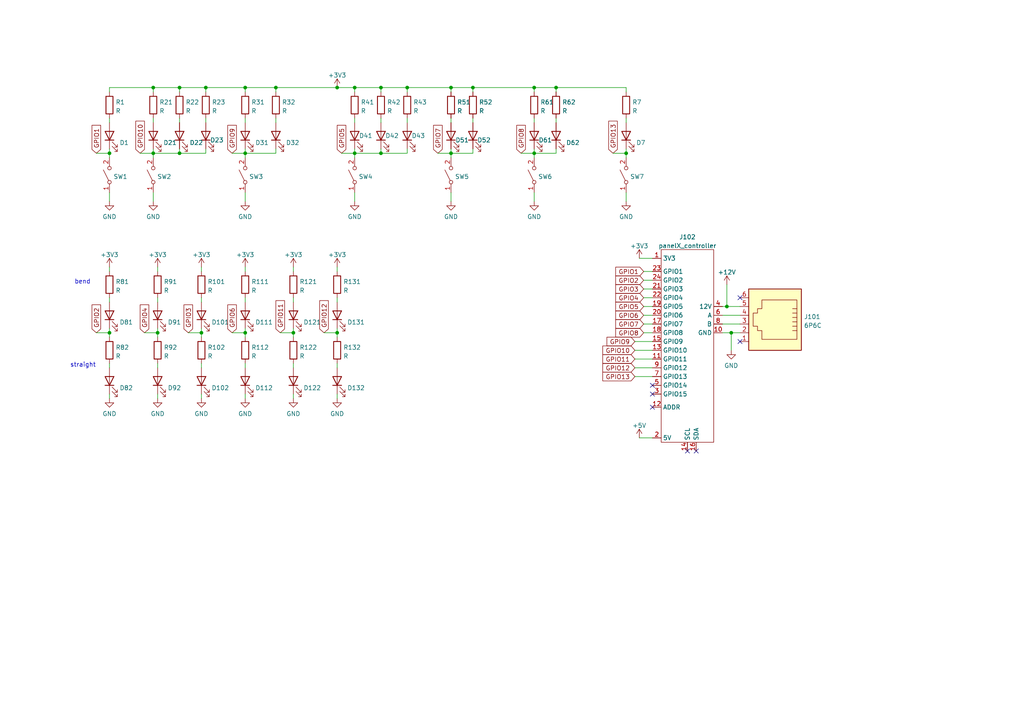
<source format=kicad_sch>
(kicad_sch (version 20211123) (generator eeschema)
  (paper "A4")
  (lib_symbols
    (symbol "Connector:6P6C" (pin_names (offset 1.016))
      (property "Reference" "J" (at -5.08 11.43 0))
      (property "Value" "6P6C" (at 2.54 11.43 0))
      (symbol "6P6C_0_1"
        (polyline (pts (xy -6.35 -1.905) (xy -5.08 -1.905) (xy -5.08 -1.905)))
        (polyline (pts (xy -6.35 -0.635) (xy -5.08 -0.635) (xy -5.08 -0.635)))
        (polyline (pts (xy -6.35 0.635) (xy -5.08 0.635) (xy -5.08 0.635)))
        (polyline (pts (xy -6.35 1.905) (xy -5.08 1.905) (xy -5.08 1.905)))
        (polyline (pts (xy -6.35 3.175) (xy -5.08 3.175) (xy -5.08 3.175)))
        (polyline (pts (xy -5.08 4.445) (xy -6.35 4.445) (xy -6.35 4.445)))
        (polyline (pts (xy -6.35 -4.445) (xy -6.35 6.985) (xy 3.81 6.985) (xy 3.81 4.445) (xy 5.08 4.445) (xy 5.08 3.175) (xy 6.35 3.175) (xy 6.35 -0.635) (xy 5.08 -0.635) (xy 5.08 -1.905) (xy 3.81 -1.905) (xy 3.81 -4.445) (xy -6.35 -4.445) (xy -6.35 -4.445)))
        (rectangle (start 7.62 10.16) (end -7.62 -7.62) (stroke (width 0.254)) (fill (type background)))
      )
      (symbol "6P6C_1_1"
        (pin passive line (at 10.16 -5.08 180) (length 2.54) (name "~") (number "1"))
        (pin passive line (at 10.16 -2.54 180) (length 2.54) (name "~") (number "2"))
        (pin passive line (at 10.16 0 180) (length 2.54) (name "~") (number "3"))
        (pin passive line (at 10.16 2.54 180) (length 2.54) (name "~") (number "4"))
        (pin passive line (at 10.16 5.08 180) (length 2.54) (name "~") (number "5"))
        (pin passive line (at 10.16 7.62 180) (length 2.54) (name "~") (number "6"))
      )
    )
    (symbol "Device:LED" (pin_numbers hide) (pin_names (offset 1.016) hide)
      (property "Reference" "D" (at 0 2.54 0))
      (property "Value" "LED" (at 0 -2.54 0))
      (symbol "LED_0_1"
        (polyline (pts (xy -1.27 -1.27) (xy -1.27 1.27)) (stroke (width 0.254)))
        (polyline (pts (xy -1.27 0) (xy 1.27 0)))
        (polyline (pts (xy 1.27 -1.27) (xy 1.27 1.27) (xy -1.27 0) (xy 1.27 -1.27)) (stroke (width 0.254)))
        (polyline (pts (xy -3.048 -0.762) (xy -4.572 -2.286) (xy -3.81 -2.286) (xy -4.572 -2.286) (xy -4.572 -1.524)))
        (polyline (pts (xy -1.778 -0.762) (xy -3.302 -2.286) (xy -2.54 -2.286) (xy -3.302 -2.286) (xy -3.302 -1.524)))
      )
      (symbol "LED_1_1"
        (pin passive line (at -3.81 0 0) (length 2.54) (name "K") (number "1"))
        (pin passive line (at 3.81 0 180) (length 2.54) (name "A") (number "2"))
      )
    )
    (symbol "Device:R" (pin_numbers hide) (pin_names (offset 0))
      (property "Reference" "R" (at 2.032 0 90))
      (property "Value" "R" (at 0 0 90))
      (symbol "R_0_1"
        (rectangle (start -1.016 -2.54) (end 1.016 2.54) (stroke (width 0.254)))
      )
      (symbol "R_1_1"
        (pin passive line (at 0 3.81 270) (length 1.27) (name "~") (number "1"))
        (pin passive line (at 0 -3.81 90) (length 1.27) (name "~") (number "2"))
      )
    )
    (symbol "Switch:SW_SPST" (pin_names (offset 0) hide)
      (property "Reference" "SW" (at 0 3.175 0))
      (property "Value" "SW_SPST" (at 0 -2.54 0))
      (symbol "SW_SPST_0_0"
        (circle (center -2.032 0) (radius 0.508))
        (polyline (pts (xy -1.524 0.254) (xy 1.524 1.778)))
        (circle (center 2.032 0) (radius 0.508))
      )
      (symbol "SW_SPST_1_1"
        (pin passive line (at -5.08 0 0) (length 2.54) (name "A") (number "1"))
        (pin passive line (at 5.08 0 180) (length 2.54) (name "B") (number "2"))
      )
    )
    (symbol "custom_kicad_lib_sk:panelX_controller"
      (property "Reference" "J" (at -1.27 -16.51 0))
      (property "Value" "panelX_controller" (at -3.81 24.13 0))
      (symbol "panelX_controller_0_1"
        (rectangle (start -11.43 22.86) (end 3.81 -33.02) (stroke (width 0.1524)))
      )
      (symbol "panelX_controller_1_1"
        (pin power_out line (at -13.97 20.32 0) (length 2.54) (name "3V3") (number "1"))
        (pin power_in line (at 6.35 -1.27 180) (length 2.54) (name "GND") (number "10"))
        (pin tri_state line (at -13.97 -8.89 0) (length 2.54) (name "GPIO11") (number "11"))
        (pin input line (at -13.97 -22.86 0) (length 2.54) (name "ADDR") (number "12"))
        (pin tri_state line (at -13.97 -6.35 0) (length 2.54) (name "GPIO10") (number "13"))
        (pin passive line (at -3.81 -35.56 90) (length 2.54) (name "SCL") (number "14"))
        (pin tri_state line (at -13.97 -3.81 0) (length 2.54) (name "GPIO9") (number "15"))
        (pin passive line (at -1.27 -35.56 90) (length 2.54) (name "SDA") (number "16"))
        (pin tri_state line (at -13.97 1.27 0) (length 2.54) (name "GPIO7") (number "17"))
        (pin tri_state line (at -13.97 -1.27 0) (length 2.54) (name "GPIO8") (number "18"))
        (pin tri_state line (at -13.97 6.35 0) (length 2.54) (name "GPIO5") (number "19"))
        (pin power_out line (at -13.97 -31.75 0) (length 2.54) (name "5V") (number "2"))
        (pin tri_state line (at -13.97 3.81 0) (length 2.54) (name "GPIO6") (number "20"))
        (pin tri_state line (at -13.97 11.43 0) (length 2.54) (name "GPIO3") (number "21"))
        (pin tri_state line (at -13.97 8.89 0) (length 2.54) (name "GPIO4") (number "22"))
        (pin tri_state line (at -13.97 16.51 0) (length 2.54) (name "GPIO1") (number "23"))
        (pin tri_state line (at -13.97 13.97 0) (length 2.54) (name "GPIO2") (number "24"))
        (pin tri_state line (at -13.97 -19.05 0) (length 2.54) (name "GPIO15") (number "3"))
        (pin power_in line (at 6.35 6.35 180) (length 2.54) (name "12V") (number "4"))
        (pin tri_state line (at -13.97 -16.51 0) (length 2.54) (name "GPIO14") (number "5"))
        (pin passive line (at 6.35 3.81 180) (length 2.54) (name "A") (number "6"))
        (pin tri_state line (at -13.97 -13.97 0) (length 2.54) (name "GPIO13") (number "7"))
        (pin passive line (at 6.35 1.27 180) (length 2.54) (name "B") (number "8"))
        (pin tri_state line (at -13.97 -11.43 0) (length 2.54) (name "GPIO12") (number "9"))
      )
    )
    (symbol "power:+12V" (power) (pin_names (offset 0))
      (property "Value" "+12V" (at 0 3.556 0))
      (symbol "+12V_0_1"
        (polyline (pts (xy -0.762 1.27) (xy 0 2.54)))
        (polyline (pts (xy 0 0) (xy 0 2.54)))
        (polyline (pts (xy 0 2.54) (xy 0.762 1.27)))
      )
      (symbol "+12V_1_1"
        (pin power_in line (at 0 0 90) (length 0) hide (name "+12V") (number "1"))
      )
    )
    (symbol "power:+3V3" (power) (pin_names (offset 0))
      (property "Value" "+3V3" (at 0 3.556 0))
      (symbol "+3V3_0_1"
        (polyline (pts (xy -0.762 1.27) (xy 0 2.54)))
        (polyline (pts (xy 0 0) (xy 0 2.54)))
        (polyline (pts (xy 0 2.54) (xy 0.762 1.27)))
      )
      (symbol "+3V3_1_1"
        (pin power_in line (at 0 0 90) (length 0) hide (name "+3V3") (number "1"))
      )
    )
    (symbol "power:+5V" (power) (pin_names (offset 0))
      (property "Value" "+5V" (at 0 3.556 0))
      (symbol "+5V_0_1"
        (polyline (pts (xy -0.762 1.27) (xy 0 2.54)))
        (polyline (pts (xy 0 0) (xy 0 2.54)))
        (polyline (pts (xy 0 2.54) (xy 0.762 1.27)))
      )
      (symbol "+5V_1_1"
        (pin power_in line (at 0 0 90) (length 0) hide (name "+5V") (number "1"))
      )
    )
    (symbol "power:GND" (power) (pin_names (offset 0))
      (property "Value" "GND" (at 0 -3.81 0))
      (symbol "GND_0_1"
        (polyline (pts (xy 0 0) (xy 0 -1.27) (xy 1.27 -1.27) (xy 0 -2.54) (xy -1.27 -1.27) (xy 0 -1.27)))
      )
      (symbol "GND_1_1"
        (pin power_in line (at 0 0 270) (length 0) hide (name "GND") (number "1"))
      )
    )
  )
  (junction (at 71.12 44.45))
  (junction (at 102.87 25.4))
  (junction (at 137.16 25.4))
  (junction (at 102.87 44.45))
  (junction (at 44.45 44.45))
  (junction (at 110.49 44.45))
  (junction (at 97.79 25.4))
  (junction (at 118.11 25.4))
  (junction (at 80.01 25.4))
  (junction (at 110.49 25.4))
  (junction (at 130.81 44.45))
  (junction (at 85.09 96.52))
  (junction (at 45.72 96.52))
  (junction (at 31.75 96.52))
  (junction (at 71.12 96.52))
  (junction (at 154.94 25.4))
  (junction (at 130.81 25.4))
  (junction (at 97.79 96.52))
  (junction (at 212.09 96.52))
  (junction (at 210.82 88.9))
  (junction (at 181.61 44.45))
  (junction (at 59.69 25.4))
  (junction (at 71.12 25.4))
  (junction (at 161.29 25.4))
  (junction (at 58.42 96.52))
  (junction (at 52.07 44.45))
  (junction (at 31.75 44.45))
  (junction (at 44.45 25.4))
  (junction (at 52.07 25.4))
  (junction (at 154.94 44.45))
  (no_connect (at 189.23 111.76))
  (no_connect (at 189.23 114.3))
  (no_connect (at 189.23 118.11))
  (no_connect (at 199.39 130.81))
  (no_connect (at 201.93 130.81))
  (no_connect (at 214.63 99.06))
  (no_connect (at 214.63 86.36))
  (wire (pts (xy 137.16 25.4) (xy 137.16 26.67)))
  (wire (pts (xy 181.61 25.4) (xy 181.61 26.67)))
  (wire (pts (xy 130.81 44.45) (xy 137.16 44.45)))
  (wire (pts (xy 58.42 105.41) (xy 58.42 106.68)))
  (wire (pts (xy 31.75 25.4) (xy 31.75 26.67)))
  (wire (pts (xy 85.09 96.52) (xy 85.09 97.79)))
  (wire (pts (xy 102.87 44.45) (xy 110.49 44.45)))
  (wire (pts (xy 41.91 96.52) (xy 45.72 96.52)))
  (wire (pts (xy 97.79 95.25) (xy 97.79 96.52)))
  (wire (pts (xy 45.72 95.25) (xy 45.72 96.52)))
  (wire (pts (xy 67.31 44.45) (xy 71.12 44.45)))
  (wire (pts (xy 71.12 77.47) (xy 71.12 78.74)))
  (wire (pts (xy 214.63 88.9) (xy 210.82 88.9)))
  (wire (pts (xy 186.69 91.44) (xy 189.23 91.44)))
  (wire (pts (xy 185.42 74.93) (xy 189.23 74.93)))
  (wire (pts (xy 31.75 34.29) (xy 31.75 35.56)))
  (wire (pts (xy 31.75 86.36) (xy 31.75 87.63)))
  (wire (pts (xy 130.81 25.4) (xy 137.16 25.4)))
  (wire (pts (xy 31.75 77.47) (xy 31.75 78.74)))
  (wire (pts (xy 130.81 25.4) (xy 130.81 26.67)))
  (wire (pts (xy 214.63 96.52) (xy 212.09 96.52)))
  (wire (pts (xy 154.94 25.4) (xy 154.94 26.67)))
  (wire (pts (xy 58.42 86.36) (xy 58.42 87.63)))
  (wire (pts (xy 58.42 114.3) (xy 58.42 115.57)))
  (wire (pts (xy 184.15 99.06) (xy 189.23 99.06)))
  (wire (pts (xy 44.45 34.29) (xy 44.45 35.56)))
  (wire (pts (xy 185.42 127) (xy 189.23 127)))
  (wire (pts (xy 59.69 25.4) (xy 71.12 25.4)))
  (wire (pts (xy 44.45 55.88) (xy 44.45 58.42)))
  (wire (pts (xy 97.79 96.52) (xy 97.79 97.79)))
  (wire (pts (xy 154.94 34.29) (xy 154.94 35.56)))
  (wire (pts (xy 181.61 34.29) (xy 181.61 35.56)))
  (wire (pts (xy 40.64 44.45) (xy 44.45 44.45)))
  (wire (pts (xy 137.16 34.29) (xy 137.16 35.56)))
  (wire (pts (xy 186.69 83.82) (xy 189.23 83.82)))
  (wire (pts (xy 44.45 44.45) (xy 44.45 45.72)))
  (wire (pts (xy 118.11 34.29) (xy 118.11 35.56)))
  (wire (pts (xy 184.15 109.22) (xy 189.23 109.22)))
  (wire (pts (xy 102.87 44.45) (xy 102.87 45.72)))
  (wire (pts (xy 71.12 44.45) (xy 80.01 44.45)))
  (wire (pts (xy 31.75 43.18) (xy 31.75 44.45)))
  (wire (pts (xy 99.06 44.45) (xy 102.87 44.45)))
  (wire (pts (xy 137.16 25.4) (xy 154.94 25.4)))
  (wire (pts (xy 31.75 105.41) (xy 31.75 106.68)))
  (wire (pts (xy 85.09 105.41) (xy 85.09 106.68)))
  (wire (pts (xy 102.87 25.4) (xy 110.49 25.4)))
  (wire (pts (xy 181.61 44.45) (xy 181.61 45.72)))
  (wire (pts (xy 186.69 96.52) (xy 189.23 96.52)))
  (wire (pts (xy 59.69 44.45) (xy 59.69 43.18)))
  (wire (pts (xy 71.12 86.36) (xy 71.12 87.63)))
  (wire (pts (xy 71.12 34.29) (xy 71.12 35.56)))
  (wire (pts (xy 31.75 96.52) (xy 31.75 97.79)))
  (wire (pts (xy 85.09 77.47) (xy 85.09 78.74)))
  (wire (pts (xy 154.94 25.4) (xy 161.29 25.4)))
  (wire (pts (xy 186.69 86.36) (xy 189.23 86.36)))
  (wire (pts (xy 186.69 81.28) (xy 189.23 81.28)))
  (wire (pts (xy 44.45 44.45) (xy 52.07 44.45)))
  (wire (pts (xy 161.29 25.4) (xy 161.29 26.67)))
  (wire (pts (xy 45.72 86.36) (xy 45.72 87.63)))
  (wire (pts (xy 154.94 44.45) (xy 161.29 44.45)))
  (wire (pts (xy 214.63 91.44) (xy 209.55 91.44)))
  (wire (pts (xy 102.87 34.29) (xy 102.87 35.56)))
  (wire (pts (xy 44.45 25.4) (xy 52.07 25.4)))
  (wire (pts (xy 186.69 93.98) (xy 189.23 93.98)))
  (wire (pts (xy 31.75 25.4) (xy 44.45 25.4)))
  (wire (pts (xy 212.09 96.52) (xy 209.55 96.52)))
  (wire (pts (xy 31.75 95.25) (xy 31.75 96.52)))
  (wire (pts (xy 177.8 44.45) (xy 181.61 44.45)))
  (wire (pts (xy 110.49 25.4) (xy 118.11 25.4)))
  (wire (pts (xy 52.07 25.4) (xy 52.07 26.67)))
  (wire (pts (xy 102.87 25.4) (xy 102.87 26.67)))
  (wire (pts (xy 184.15 106.68) (xy 189.23 106.68)))
  (wire (pts (xy 110.49 44.45) (xy 110.49 43.18)))
  (wire (pts (xy 210.82 82.55) (xy 210.82 88.9)))
  (wire (pts (xy 130.81 43.18) (xy 130.81 44.45)))
  (wire (pts (xy 71.12 43.18) (xy 71.12 44.45)))
  (wire (pts (xy 58.42 77.47) (xy 58.42 78.74)))
  (wire (pts (xy 118.11 43.18) (xy 118.11 44.45)))
  (wire (pts (xy 85.09 114.3) (xy 85.09 115.57)))
  (wire (pts (xy 45.72 96.52) (xy 45.72 97.79)))
  (wire (pts (xy 80.01 44.45) (xy 80.01 43.18)))
  (wire (pts (xy 71.12 55.88) (xy 71.12 58.42)))
  (wire (pts (xy 31.75 114.3) (xy 31.75 115.57)))
  (wire (pts (xy 58.42 95.25) (xy 58.42 96.52)))
  (wire (pts (xy 71.12 114.3) (xy 71.12 115.57)))
  (wire (pts (xy 80.01 25.4) (xy 80.01 26.67)))
  (wire (pts (xy 186.69 78.74) (xy 189.23 78.74)))
  (wire (pts (xy 67.31 96.52) (xy 71.12 96.52)))
  (wire (pts (xy 52.07 44.45) (xy 52.07 43.18)))
  (wire (pts (xy 210.82 88.9) (xy 209.55 88.9)))
  (wire (pts (xy 71.12 44.45) (xy 71.12 45.72)))
  (wire (pts (xy 71.12 96.52) (xy 71.12 97.79)))
  (wire (pts (xy 45.72 105.41) (xy 45.72 106.68)))
  (wire (pts (xy 52.07 44.45) (xy 59.69 44.45)))
  (wire (pts (xy 151.13 44.45) (xy 154.94 44.45)))
  (wire (pts (xy 31.75 44.45) (xy 31.75 45.72)))
  (wire (pts (xy 93.98 96.52) (xy 97.79 96.52)))
  (wire (pts (xy 154.94 55.88) (xy 154.94 58.42)))
  (wire (pts (xy 71.12 105.41) (xy 71.12 106.68)))
  (wire (pts (xy 44.45 25.4) (xy 44.45 26.67)))
  (wire (pts (xy 44.45 43.18) (xy 44.45 44.45)))
  (wire (pts (xy 54.61 96.52) (xy 58.42 96.52)))
  (wire (pts (xy 186.69 88.9) (xy 189.23 88.9)))
  (wire (pts (xy 118.11 25.4) (xy 130.81 25.4)))
  (wire (pts (xy 80.01 34.29) (xy 80.01 35.56)))
  (wire (pts (xy 52.07 25.4) (xy 59.69 25.4)))
  (wire (pts (xy 97.79 105.41) (xy 97.79 106.68)))
  (wire (pts (xy 130.81 34.29) (xy 130.81 35.56)))
  (wire (pts (xy 102.87 43.18) (xy 102.87 44.45)))
  (wire (pts (xy 137.16 43.18) (xy 137.16 44.45)))
  (wire (pts (xy 184.15 101.6) (xy 189.23 101.6)))
  (wire (pts (xy 181.61 55.88) (xy 181.61 58.42)))
  (wire (pts (xy 118.11 44.45) (xy 110.49 44.45)))
  (wire (pts (xy 154.94 44.45) (xy 154.94 45.72)))
  (wire (pts (xy 71.12 25.4) (xy 80.01 25.4)))
  (wire (pts (xy 58.42 96.52) (xy 58.42 97.79)))
  (wire (pts (xy 27.94 96.52) (xy 31.75 96.52)))
  (wire (pts (xy 97.79 86.36) (xy 97.79 87.63)))
  (wire (pts (xy 161.29 43.18) (xy 161.29 44.45)))
  (wire (pts (xy 31.75 55.88) (xy 31.75 58.42)))
  (wire (pts (xy 97.79 77.47) (xy 97.79 78.74)))
  (wire (pts (xy 71.12 25.4) (xy 71.12 26.67)))
  (wire (pts (xy 81.28 96.52) (xy 85.09 96.52)))
  (wire (pts (xy 59.69 25.4) (xy 59.69 26.67)))
  (wire (pts (xy 27.94 44.45) (xy 31.75 44.45)))
  (wire (pts (xy 110.49 25.4) (xy 110.49 26.67)))
  (wire (pts (xy 212.09 96.52) (xy 212.09 101.6)))
  (wire (pts (xy 71.12 95.25) (xy 71.12 96.52)))
  (wire (pts (xy 59.69 34.29) (xy 59.69 35.56)))
  (wire (pts (xy 161.29 34.29) (xy 161.29 35.56)))
  (wire (pts (xy 45.72 77.47) (xy 45.72 78.74)))
  (wire (pts (xy 130.81 55.88) (xy 130.81 58.42)))
  (wire (pts (xy 161.29 25.4) (xy 181.61 25.4)))
  (wire (pts (xy 181.61 43.18) (xy 181.61 44.45)))
  (wire (pts (xy 130.81 44.45) (xy 130.81 45.72)))
  (wire (pts (xy 118.11 25.4) (xy 118.11 26.67)))
  (wire (pts (xy 184.15 104.14) (xy 189.23 104.14)))
  (wire (pts (xy 52.07 34.29) (xy 52.07 35.56)))
  (wire (pts (xy 154.94 43.18) (xy 154.94 44.45)))
  (wire (pts (xy 110.49 34.29) (xy 110.49 35.56)))
  (wire (pts (xy 80.01 25.4) (xy 97.79 25.4)))
  (wire (pts (xy 85.09 86.36) (xy 85.09 87.63)))
  (wire (pts (xy 45.72 114.3) (xy 45.72 115.57)))
  (wire (pts (xy 97.79 25.4) (xy 102.87 25.4)))
  (wire (pts (xy 127 44.45) (xy 130.81 44.45)))
  (wire (pts (xy 97.79 114.3) (xy 97.79 115.57)))
  (wire (pts (xy 214.63 93.98) (xy 209.55 93.98)))
  (wire (pts (xy 85.09 95.25) (xy 85.09 96.52)))
  (wire (pts (xy 102.87 55.88) (xy 102.87 58.42)))
  (text "bend" (at 21.59 82.55 0) (effects (font (size 1.27 1.27)) (justify left bottom)))
  (text "straight" (at 20.32 106.68 0) (effects (font (size 1.27 1.27)) (justify left bottom)))
  (global_label "GPIO11" (shape input) (at 184.15 104.14 180) (property "Intersheet References" "${INTERSHEET_REFS}" (effects hide)))
  (global_label "GPIO9" (shape input) (at 67.31 44.45 90) (property "Intersheet References" "${INTERSHEET_REFS}" (effects hide)))
  (global_label "GPIO5" (shape input) (at 99.06 44.45 90) (property "Intersheet References" "${INTERSHEET_REFS}" (effects hide)))
  (global_label "GPIO8" (shape input) (at 151.13 44.45 90) (property "Intersheet References" "${INTERSHEET_REFS}" (effects hide)))
  (global_label "GPIO10" (shape input) (at 184.15 101.6 180) (property "Intersheet References" "${INTERSHEET_REFS}" (effects hide)))
  (global_label "GPIO1" (shape input) (at 27.94 44.45 90) (property "Intersheet References" "${INTERSHEET_REFS}" (effects hide)))
  (global_label "GPIO10" (shape input) (at 40.64 44.45 90) (property "Intersheet References" "${INTERSHEET_REFS}" (effects hide)))
  (global_label "GPIO12" (shape input) (at 93.98 96.52 90) (property "Intersheet References" "${INTERSHEET_REFS}" (effects hide)))
  (global_label "GPIO5" (shape input) (at 186.69 88.9 180) (property "Intersheet References" "${INTERSHEET_REFS}" (effects hide)))
  (global_label "GPIO6" (shape input) (at 186.69 91.44 180) (property "Intersheet References" "${INTERSHEET_REFS}" (effects hide)))
  (global_label "GPIO6" (shape input) (at 67.31 96.52 90) (property "Intersheet References" "${INTERSHEET_REFS}" (effects hide)))
  (global_label "GPIO1" (shape input) (at 186.69 78.74 180) (property "Intersheet References" "${INTERSHEET_REFS}" (effects hide)))
  (global_label "GPIO4" (shape input) (at 41.91 96.52 90) (property "Intersheet References" "${INTERSHEET_REFS}" (effects hide)))
  (global_label "GPIO12" (shape input) (at 184.15 106.68 180) (property "Intersheet References" "${INTERSHEET_REFS}" (effects hide)))
  (global_label "GPIO3" (shape input) (at 186.69 83.82 180) (property "Intersheet References" "${INTERSHEET_REFS}" (effects hide)))
  (global_label "GPIO4" (shape input) (at 186.69 86.36 180) (property "Intersheet References" "${INTERSHEET_REFS}" (effects hide)))
  (global_label "GPIO7" (shape input) (at 186.69 93.98 180) (property "Intersheet References" "${INTERSHEET_REFS}" (effects hide)))
  (global_label "GPIO9" (shape input) (at 184.15 99.06 180) (property "Intersheet References" "${INTERSHEET_REFS}" (effects hide)))
  (global_label "GPIO2" (shape input) (at 186.69 81.28 180) (property "Intersheet References" "${INTERSHEET_REFS}" (effects hide)))
  (global_label "GPIO11" (shape input) (at 81.28 96.52 90) (property "Intersheet References" "${INTERSHEET_REFS}" (effects hide)))
  (global_label "GPIO3" (shape input) (at 54.61 96.52 90) (property "Intersheet References" "${INTERSHEET_REFS}" (effects hide)))
  (global_label "GPIO7" (shape input) (at 127 44.45 90) (property "Intersheet References" "${INTERSHEET_REFS}" (effects hide)))
  (global_label "GPIO2" (shape input) (at 27.94 96.52 90) (property "Intersheet References" "${INTERSHEET_REFS}" (effects hide)))
  (global_label "GPIO8" (shape input) (at 186.69 96.52 180) (property "Intersheet References" "${INTERSHEET_REFS}" (effects hide)))
  (global_label "GPIO13" (shape input) (at 184.15 109.22 180) (property "Intersheet References" "${INTERSHEET_REFS}" (effects hide)))
  (global_label "GPIO13" (shape input) (at 177.8 44.45 90) (property "Intersheet References" "${INTERSHEET_REFS}" (effects hide)))
  (symbol (lib_id "power:+3V3") (at 85.09 77.47 0) (unit 1)
    (property "Reference" "#PWR0108" (effects hide))
    (property "Value" "+3V3" (at 85.09 73.8942 0))
  )
  (symbol (lib_id "Device:LED") (at 45.72 91.44 90) (unit 1)
    (property "Reference" "D91" (at 48.641 93.4613 90) (effects (justify right)))
    (property "Value" "LED" (effects hide))
    (property "Footprint" "LED_THT:LED_D3.0mm" (effects hide))
  )
  (symbol (lib_id "Device:R") (at 130.81 30.48 0) (unit 1)
    (property "Reference" "R51" (at 132.588 29.6453 0) (effects (justify left)))
    (property "Value" "R" (at 132.588 32.1822 0) (effects (justify left)))
    (property "Footprint" "Resistor_SMD:R_0805_2012Metric_Pad1.20x1.40mm_HandSolder" (effects hide))
  )
  (symbol (lib_id "power:+3V3") (at 45.72 77.47 0) (unit 1)
    (property "Reference" "#PWR0113" (effects hide))
    (property "Value" "+3V3" (at 45.72 73.8942 0))
  )
  (symbol (lib_id "Device:R") (at 45.72 82.55 0) (unit 1)
    (property "Reference" "R91" (at 47.498 81.7153 0) (effects (justify left)))
    (property "Value" "R" (at 47.498 84.2522 0) (effects (justify left)))
    (property "Footprint" "Resistor_SMD:R_0805_2012Metric_Pad1.20x1.40mm_HandSolder" (effects hide))
  )
  (symbol (lib_id "Device:LED") (at 154.94 39.37 90) (unit 1)
    (property "Reference" "D61" (at 156.21 40.64 90) (effects (justify right)))
    (property "Value" "LED" (effects hide))
    (property "Footprint" "LED_THT:LED_D3.0mm" (effects hide))
  )
  (symbol (lib_id "Device:LED") (at 110.49 39.37 90) (unit 1)
    (property "Reference" "D42" (at 111.76 39.37 90) (effects (justify right)))
    (property "Value" "LED" (effects hide))
    (property "Footprint" "LED_THT:LED_D3.0mm" (effects hide))
  )
  (symbol (lib_id "Device:LED") (at 118.11 39.37 90) (unit 1)
    (property "Reference" "D43" (at 119.38 39.37 90) (effects (justify right)))
    (property "Value" "LED" (effects hide))
    (property "Footprint" "LED_THT:LED_D3.0mm" (effects hide))
  )
  (symbol (lib_id "power:GND") (at 71.12 115.57 0) (unit 1)
    (property "Reference" "#PWR0103" (effects hide))
    (property "Value" "GND" (at 71.12 120.0134 0))
  )
  (symbol (lib_id "Device:LED") (at 31.75 91.44 90) (unit 1)
    (property "Reference" "D81" (at 34.671 93.4613 90) (effects (justify right)))
    (property "Value" "LED" (effects hide))
    (property "Footprint" "LED_THT:LED_D3.0mm" (effects hide))
  )
  (symbol (lib_id "Device:R") (at 97.79 82.55 0) (unit 1)
    (property "Reference" "R131" (at 99.568 81.7153 0) (effects (justify left)))
    (property "Value" "R" (at 99.568 84.2522 0) (effects (justify left)))
    (property "Footprint" "Resistor_SMD:R_0805_2012Metric_Pad1.20x1.40mm_HandSolder" (effects hide))
  )
  (symbol (lib_id "Device:LED") (at 137.16 39.37 90) (unit 1)
    (property "Reference" "D52" (at 138.43 40.64 90) (effects (justify right)))
    (property "Value" "LED" (effects hide))
    (property "Footprint" "LED_THT:LED_D3.0mm" (effects hide))
  )
  (symbol (lib_id "Device:LED") (at 71.12 39.37 90) (unit 1)
    (property "Reference" "D31" (at 74.041 41.3913 90) (effects (justify right)))
    (property "Value" "LED" (effects hide))
    (property "Footprint" "LED_THT:LED_D3.0mm" (effects hide))
  )
  (symbol (lib_id "power:+3V3") (at 97.79 25.4 0) (unit 1)
    (property "Reference" "#PWR0107" (effects hide))
    (property "Value" "+3V3" (at 97.79 21.8242 0))
  )
  (symbol (lib_id "Device:LED") (at 59.69 39.37 90) (unit 1)
    (property "Reference" "D23" (at 60.96 40.64 90) (effects (justify right)))
    (property "Value" "LED" (effects hide))
    (property "Footprint" "LED_THT:LED_D3.0mm" (effects hide))
  )
  (symbol (lib_id "Device:R") (at 97.79 101.6 0) (unit 1)
    (property "Reference" "R132" (at 99.568 100.7653 0) (effects (justify left)))
    (property "Value" "R" (at 99.568 103.3022 0) (effects (justify left)))
    (property "Footprint" "Resistor_SMD:R_0805_2012Metric_Pad1.20x1.40mm_HandSolder" (effects hide))
  )
  (symbol (lib_id "Device:R") (at 85.09 101.6 0) (unit 1)
    (property "Reference" "R122" (at 86.868 100.7653 0) (effects (justify left)))
    (property "Value" "R" (at 86.868 103.3022 0) (effects (justify left)))
    (property "Footprint" "Resistor_SMD:R_0805_2012Metric_Pad1.20x1.40mm_HandSolder" (effects hide))
  )
  (symbol (lib_id "Device:R") (at 85.09 82.55 0) (unit 1)
    (property "Reference" "R121" (at 86.868 81.7153 0) (effects (justify left)))
    (property "Value" "R" (at 86.868 84.2522 0) (effects (justify left)))
    (property "Footprint" "Resistor_SMD:R_0805_2012Metric_Pad1.20x1.40mm_HandSolder" (effects hide))
  )
  (symbol (lib_id "power:+3V3") (at 58.42 77.47 0) (unit 1)
    (property "Reference" "#PWR0110" (effects hide))
    (property "Value" "+3V3" (at 58.42 73.8942 0))
  )
  (symbol (lib_id "Device:LED") (at 97.79 91.44 90) (unit 1)
    (property "Reference" "D131" (at 100.711 93.4613 90) (effects (justify right)))
    (property "Value" "LED" (effects hide))
    (property "Footprint" "LED_THT:LED_D3.0mm" (effects hide))
  )
  (symbol (lib_id "power:GND") (at 97.79 115.57 0) (unit 1)
    (property "Reference" "#PWR0105" (effects hide))
    (property "Value" "GND" (at 97.79 120.0134 0))
  )
  (symbol (lib_id "Device:R") (at 137.16 30.48 0) (unit 1)
    (property "Reference" "R52" (at 138.938 29.6453 0) (effects (justify left)))
    (property "Value" "R" (at 138.938 32.1822 0) (effects (justify left)))
    (property "Footprint" "Resistor_SMD:R_0805_2012Metric_Pad1.20x1.40mm_HandSolder" (effects hide))
  )
  (symbol (lib_id "Device:R") (at 118.11 30.48 0) (unit 1)
    (property "Reference" "R43" (at 119.888 29.6453 0) (effects (justify left)))
    (property "Value" "R" (at 119.888 32.1822 0) (effects (justify left)))
    (property "Footprint" "Resistor_SMD:R_0805_2012Metric_Pad1.20x1.40mm_HandSolder" (effects hide))
  )
  (symbol (lib_id "Device:LED") (at 181.61 39.37 90) (unit 1)
    (property "Reference" "D7" (at 184.531 41.3913 90) (effects (justify right)))
    (property "Value" "LED" (effects hide))
    (property "Footprint" "LED_THT:LED_D3.0mm" (effects hide))
  )
  (symbol (lib_id "power:+3V3") (at 185.42 74.93 0) (unit 1)
    (property "Reference" "#PWR0101" (effects hide))
    (property "Value" "+3V3" (at 185.42 71.3542 0))
  )
  (symbol (lib_id "Connector:6P6C") (at 224.79 93.98 0) (mirror y) (unit 1)
    (property "Reference" "J101" (at 233.172 91.8753 0) (effects (justify right)))
    (property "Value" "6P6C" (at 233.172 94.4122 0) (effects (justify right)))
    (property "Footprint" "Connector_RJ:RJ12_Amphenol_54601" (effects hide))
  )
  (symbol (lib_id "Device:LED") (at 31.75 110.49 90) (unit 1)
    (property "Reference" "D82" (at 34.671 112.5113 90) (effects (justify right)))
    (property "Value" "LED" (effects hide))
    (property "Footprint" "LED_THT:LED_D3.0mm" (effects hide))
  )
  (symbol (lib_id "custom_kicad_lib_sk:panelX_controller") (at 203.2 95.25 0) (unit 1)
    (property "Reference" "J102" (at 199.39 68.741 0))
    (property "Value" "panelX_controller" (at 199.39 71.2779 0))
    (property "Footprint" "custom_kicad_lib_sk:panelX_contoller" (effects hide))
  )
  (symbol (lib_id "Device:LED") (at 102.87 39.37 90) (unit 1)
    (property "Reference" "D41" (at 104.14 39.37 90) (effects (justify right)))
    (property "Value" "LED" (effects hide))
    (property "Footprint" "LED_THT:LED_D3.0mm" (effects hide))
  )
  (symbol (lib_id "power:GND") (at 31.75 58.42 0) (unit 1)
    (property "Reference" "#PWR010" (effects hide))
    (property "Value" "GND" (at 31.75 62.8634 0))
  )
  (symbol (lib_id "Device:LED") (at 130.81 39.37 90) (unit 1)
    (property "Reference" "D51" (at 132.08 40.64 90) (effects (justify right)))
    (property "Value" "LED" (effects hide))
    (property "Footprint" "LED_THT:LED_D3.0mm" (effects hide))
  )
  (symbol (lib_id "Device:R") (at 59.69 30.48 0) (unit 1)
    (property "Reference" "R23" (at 61.468 29.6453 0) (effects (justify left)))
    (property "Value" "R" (at 61.468 32.1822 0) (effects (justify left)))
    (property "Footprint" "Resistor_SMD:R_0805_2012Metric_Pad1.20x1.40mm_HandSolder" (effects hide))
  )
  (symbol (lib_id "Device:R") (at 58.42 82.55 0) (unit 1)
    (property "Reference" "R101" (at 60.198 81.7153 0) (effects (justify left)))
    (property "Value" "R" (at 60.198 84.2522 0) (effects (justify left)))
    (property "Footprint" "Resistor_SMD:R_0805_2012Metric_Pad1.20x1.40mm_HandSolder" (effects hide))
  )
  (symbol (lib_id "Switch:SW_SPST") (at 181.61 50.8 90) (unit 1)
    (property "Reference" "SW7" (at 182.753 51.2338 90) (effects (justify right)))
    (property "Value" "SW_SPST" (effects hide))
    (property "Footprint" "Button_Switch_THT:SW_PUSH_6mm_H4.3mm" (effects hide))
  )
  (symbol (lib_id "Device:LED") (at 71.12 91.44 90) (unit 1)
    (property "Reference" "D111" (at 74.041 93.4613 90) (effects (justify right)))
    (property "Value" "LED" (effects hide))
    (property "Footprint" "LED_THT:LED_D3.0mm" (effects hide))
  )
  (symbol (lib_id "Device:R") (at 44.45 30.48 0) (unit 1)
    (property "Reference" "R21" (at 46.228 29.6453 0) (effects (justify left)))
    (property "Value" "R" (at 46.228 32.1822 0) (effects (justify left)))
    (property "Footprint" "Resistor_SMD:R_0805_2012Metric_Pad1.20x1.40mm_HandSolder" (effects hide))
  )
  (symbol (lib_id "Device:R") (at 31.75 101.6 0) (unit 1)
    (property "Reference" "R82" (at 33.528 100.7653 0) (effects (justify left)))
    (property "Value" "R" (at 33.528 103.3022 0) (effects (justify left)))
    (property "Footprint" "Resistor_SMD:R_0805_2012Metric_Pad1.20x1.40mm_HandSolder" (effects hide))
  )
  (symbol (lib_id "Switch:SW_SPST") (at 154.94 50.8 90) (unit 1)
    (property "Reference" "SW6" (at 156.083 51.2338 90) (effects (justify right)))
    (property "Value" "SW_SPST" (effects hide))
    (property "Footprint" "Button_Switch_THT:SW_PUSH_6mm_H4.3mm" (effects hide))
  )
  (symbol (lib_id "power:GND") (at 85.09 115.57 0) (unit 1)
    (property "Reference" "#PWR0104" (effects hide))
    (property "Value" "GND" (at 85.09 120.0134 0))
  )
  (symbol (lib_id "power:+3V3") (at 97.79 77.47 0) (unit 1)
    (property "Reference" "#PWR0111" (effects hide))
    (property "Value" "+3V3" (at 97.79 73.8942 0))
  )
  (symbol (lib_id "power:GND") (at 181.61 58.42 0) (unit 1)
    (property "Reference" "#PWR016" (effects hide))
    (property "Value" "GND" (at 181.61 62.8634 0))
  )
  (symbol (lib_id "Device:LED") (at 85.09 91.44 90) (unit 1)
    (property "Reference" "D121" (at 88.011 93.4613 90) (effects (justify right)))
    (property "Value" "LED" (effects hide))
    (property "Footprint" "LED_THT:LED_D3.0mm" (effects hide))
  )
  (symbol (lib_id "Device:R") (at 154.94 30.48 0) (unit 1)
    (property "Reference" "R61" (at 156.718 29.6453 0) (effects (justify left)))
    (property "Value" "R" (at 156.718 32.1822 0) (effects (justify left)))
    (property "Footprint" "Resistor_SMD:R_0805_2012Metric_Pad1.20x1.40mm_HandSolder" (effects hide))
  )
  (symbol (lib_id "power:GND") (at 71.12 58.42 0) (unit 1)
    (property "Reference" "#PWR012" (effects hide))
    (property "Value" "GND" (at 71.12 62.8634 0))
  )
  (symbol (lib_id "Switch:SW_SPST") (at 31.75 50.8 90) (unit 1)
    (property "Reference" "SW1" (at 32.893 51.2338 90) (effects (justify right)))
    (property "Value" "SW_SPST" (effects hide))
    (property "Footprint" "Button_Switch_THT:SW_PUSH_6mm_H4.3mm" (effects hide))
  )
  (symbol (lib_id "power:+3V3") (at 31.75 77.47 0) (unit 1)
    (property "Reference" "#PWR0112" (effects hide))
    (property "Value" "+3V3" (at 31.75 73.8942 0))
  )
  (symbol (lib_id "Device:R") (at 71.12 101.6 0) (unit 1)
    (property "Reference" "R112" (at 72.898 100.7653 0) (effects (justify left)))
    (property "Value" "R" (at 72.898 103.3022 0) (effects (justify left)))
    (property "Footprint" "Resistor_SMD:R_0805_2012Metric_Pad1.20x1.40mm_HandSolder" (effects hide))
  )
  (symbol (lib_id "power:GND") (at 102.87 58.42 0) (unit 1)
    (property "Reference" "#PWR0106" (effects hide))
    (property "Value" "GND" (at 102.87 62.8634 0))
  )
  (symbol (lib_id "Device:LED") (at 80.01 39.37 90) (unit 1)
    (property "Reference" "D32" (at 82.931 41.3913 90) (effects (justify right)))
    (property "Value" "LED" (effects hide))
    (property "Footprint" "LED_THT:LED_D3.0mm" (effects hide))
  )
  (symbol (lib_id "Device:R") (at 110.49 30.48 0) (unit 1)
    (property "Reference" "R42" (at 112.268 29.6453 0) (effects (justify left)))
    (property "Value" "R" (at 112.268 32.1822 0) (effects (justify left)))
    (property "Footprint" "Resistor_SMD:R_0805_2012Metric_Pad1.20x1.40mm_HandSolder" (effects hide))
  )
  (symbol (lib_id "Device:R") (at 52.07 30.48 0) (unit 1)
    (property "Reference" "R22" (at 53.848 29.6453 0) (effects (justify left)))
    (property "Value" "R" (at 53.848 32.1822 0) (effects (justify left)))
    (property "Footprint" "Resistor_SMD:R_0805_2012Metric_Pad1.20x1.40mm_HandSolder" (effects hide))
  )
  (symbol (lib_id "power:+12V") (at 210.82 82.55 0) (unit 1)
    (property "Reference" "#PWR0102" (effects hide))
    (property "Value" "+12V" (at 210.82 78.9742 0))
  )
  (symbol (lib_id "power:GND") (at 130.81 58.42 0) (unit 1)
    (property "Reference" "#PWR014" (effects hide))
    (property "Value" "GND" (at 130.81 62.8634 0))
  )
  (symbol (lib_id "power:+5V") (at 185.42 127 0) (unit 1)
    (property "Reference" "#PWR0118" (effects hide))
    (property "Value" "+5V" (at 185.42 123.4242 0))
  )
  (symbol (lib_id "Device:R") (at 31.75 30.48 0) (unit 1)
    (property "Reference" "R1" (at 33.528 29.6453 0) (effects (justify left)))
    (property "Value" "R" (at 33.528 32.1822 0) (effects (justify left)))
    (property "Footprint" "Resistor_SMD:R_0805_2012Metric_Pad1.20x1.40mm_HandSolder" (effects hide))
  )
  (symbol (lib_id "Device:LED") (at 71.12 110.49 90) (unit 1)
    (property "Reference" "D112" (at 74.041 112.5113 90) (effects (justify right)))
    (property "Value" "LED" (effects hide))
    (property "Footprint" "LED_THT:LED_D3.0mm" (effects hide))
  )
  (symbol (lib_id "power:GND") (at 212.09 101.6 0) (unit 1)
    (property "Reference" "#PWR0117" (effects hide))
    (property "Value" "GND" (at 212.09 106.0434 0))
  )
  (symbol (lib_id "power:GND") (at 31.75 115.57 0) (unit 1)
    (property "Reference" "#PWR0116" (effects hide))
    (property "Value" "GND" (at 31.75 120.0134 0))
  )
  (symbol (lib_id "Device:LED") (at 58.42 110.49 90) (unit 1)
    (property "Reference" "D102" (at 61.341 112.5113 90) (effects (justify right)))
    (property "Value" "LED" (effects hide))
    (property "Footprint" "LED_THT:LED_D3.0mm" (effects hide))
  )
  (symbol (lib_id "power:+3V3") (at 71.12 77.47 0) (unit 1)
    (property "Reference" "#PWR0109" (effects hide))
    (property "Value" "+3V3" (at 71.12 73.8942 0))
  )
  (symbol (lib_id "Device:R") (at 31.75 82.55 0) (unit 1)
    (property "Reference" "R81" (at 33.528 81.7153 0) (effects (justify left)))
    (property "Value" "R" (at 33.528 84.2522 0) (effects (justify left)))
    (property "Footprint" "Resistor_SMD:R_0805_2012Metric_Pad1.20x1.40mm_HandSolder" (effects hide))
  )
  (symbol (lib_id "Switch:SW_SPST") (at 44.45 50.8 90) (unit 1)
    (property "Reference" "SW2" (at 45.593 51.2338 90) (effects (justify right)))
    (property "Value" "SW_SPST" (effects hide))
    (property "Footprint" "Button_Switch_THT:SW_PUSH_6mm_H4.3mm" (effects hide))
  )
  (symbol (lib_id "power:GND") (at 44.45 58.42 0) (unit 1)
    (property "Reference" "#PWR011" (effects hide))
    (property "Value" "GND" (at 44.45 62.8634 0))
  )
  (symbol (lib_id "Device:R") (at 161.29 30.48 0) (unit 1)
    (property "Reference" "R62" (at 163.068 29.6453 0) (effects (justify left)))
    (property "Value" "R" (at 163.068 32.1822 0) (effects (justify left)))
    (property "Footprint" "Resistor_SMD:R_0805_2012Metric_Pad1.20x1.40mm_HandSolder" (effects hide))
  )
  (symbol (lib_id "Device:LED") (at 45.72 110.49 90) (unit 1)
    (property "Reference" "D92" (at 48.641 112.5113 90) (effects (justify right)))
    (property "Value" "LED" (effects hide))
    (property "Footprint" "LED_THT:LED_D3.0mm" (effects hide))
  )
  (symbol (lib_id "Device:LED") (at 161.29 39.37 90) (unit 1)
    (property "Reference" "D62" (at 164.211 41.3913 90) (effects (justify right)))
    (property "Value" "LED" (effects hide))
    (property "Footprint" "LED_THT:LED_D3.0mm" (effects hide))
  )
  (symbol (lib_id "Device:R") (at 71.12 30.48 0) (unit 1)
    (property "Reference" "R31" (at 72.898 29.6453 0) (effects (justify left)))
    (property "Value" "R" (at 72.898 32.1822 0) (effects (justify left)))
    (property "Footprint" "Resistor_SMD:R_0805_2012Metric_Pad1.20x1.40mm_HandSolder" (effects hide))
  )
  (symbol (lib_id "Device:R") (at 71.12 82.55 0) (unit 1)
    (property "Reference" "R111" (at 72.898 81.7153 0) (effects (justify left)))
    (property "Value" "R" (at 72.898 84.2522 0) (effects (justify left)))
    (property "Footprint" "Resistor_SMD:R_0805_2012Metric_Pad1.20x1.40mm_HandSolder" (effects hide))
  )
  (symbol (lib_id "power:GND") (at 154.94 58.42 0) (unit 1)
    (property "Reference" "#PWR015" (effects hide))
    (property "Value" "GND" (at 154.94 62.8634 0))
  )
  (symbol (lib_id "Switch:SW_SPST") (at 102.87 50.8 90) (unit 1)
    (property "Reference" "SW4" (at 104.013 51.2338 90) (effects (justify right)))
    (property "Value" "SW_SPST" (effects hide))
    (property "Footprint" "Button_Switch_THT:SW_PUSH_6mm_H4.3mm" (effects hide))
  )
  (symbol (lib_id "Switch:SW_SPST") (at 71.12 50.8 90) (unit 1)
    (property "Reference" "SW3" (at 72.263 51.2338 90) (effects (justify right)))
    (property "Value" "SW_SPST" (effects hide))
    (property "Footprint" "Button_Switch_THT:SW_PUSH_6mm_H4.3mm" (effects hide))
  )
  (symbol (lib_id "Device:R") (at 45.72 101.6 0) (unit 1)
    (property "Reference" "R92" (at 47.498 100.7653 0) (effects (justify left)))
    (property "Value" "R" (at 47.498 103.3022 0) (effects (justify left)))
    (property "Footprint" "Resistor_SMD:R_0805_2012Metric_Pad1.20x1.40mm_HandSolder" (effects hide))
  )
  (symbol (lib_id "Device:LED") (at 52.07 39.37 90) (unit 1)
    (property "Reference" "D22" (at 54.991 41.3913 90) (effects (justify right)))
    (property "Value" "LED" (effects hide))
    (property "Footprint" "LED_THT:LED_D3.0mm" (effects hide))
  )
  (symbol (lib_id "Device:R") (at 80.01 30.48 0) (unit 1)
    (property "Reference" "R32" (at 81.788 29.6453 0) (effects (justify left)))
    (property "Value" "R" (at 81.788 32.1822 0) (effects (justify left)))
    (property "Footprint" "Resistor_SMD:R_0805_2012Metric_Pad1.20x1.40mm_HandSolder" (effects hide))
  )
  (symbol (lib_id "power:GND") (at 58.42 115.57 0) (unit 1)
    (property "Reference" "#PWR0115" (effects hide))
    (property "Value" "GND" (at 58.42 120.0134 0))
  )
  (symbol (lib_id "Switch:SW_SPST") (at 130.81 50.8 90) (unit 1)
    (property "Reference" "SW5" (at 131.953 51.2338 90) (effects (justify right)))
    (property "Value" "SW_SPST" (effects hide))
    (property "Footprint" "Button_Switch_THT:SW_PUSH_6mm_H4.3mm" (effects hide))
  )
  (symbol (lib_id "power:GND") (at 45.72 115.57 0) (unit 1)
    (property "Reference" "#PWR0114" (effects hide))
    (property "Value" "GND" (at 45.72 120.0134 0))
  )
  (symbol (lib_id "Device:LED") (at 31.75 39.37 90) (unit 1)
    (property "Reference" "D1" (at 34.671 41.3913 90) (effects (justify right)))
    (property "Value" "LED" (effects hide))
    (property "Footprint" "LED_THT:LED_D3.0mm" (effects hide))
  )
  (symbol (lib_id "Device:R") (at 58.42 101.6 0) (unit 1)
    (property "Reference" "R102" (at 60.198 100.7653 0) (effects (justify left)))
    (property "Value" "R" (at 60.198 103.3022 0) (effects (justify left)))
    (property "Footprint" "Resistor_SMD:R_0805_2012Metric_Pad1.20x1.40mm_HandSolder" (effects hide))
  )
  (symbol (lib_id "Device:R") (at 181.61 30.48 0) (unit 1)
    (property "Reference" "R7" (at 183.388 29.6453 0) (effects (justify left)))
    (property "Value" "R" (at 183.388 32.1822 0) (effects (justify left)))
    (property "Footprint" "Resistor_SMD:R_0805_2012Metric_Pad1.20x1.40mm_HandSolder" (effects hide))
  )
  (symbol (lib_id "Device:LED") (at 44.45 39.37 90) (unit 1)
    (property "Reference" "D21" (at 47.371 41.3913 90) (effects (justify right)))
    (property "Value" "LED" (effects hide))
    (property "Footprint" "LED_THT:LED_D3.0mm" (effects hide))
  )
  (symbol (lib_id "Device:LED") (at 85.09 110.49 90) (unit 1)
    (property "Reference" "D122" (at 88.011 112.5113 90) (effects (justify right)))
    (property "Value" "LED" (effects hide))
    (property "Footprint" "LED_THT:LED_D3.0mm" (effects hide))
  )
  (symbol (lib_id "Device:LED") (at 97.79 110.49 90) (unit 1)
    (property "Reference" "D132" (at 100.711 112.5113 90) (effects (justify right)))
    (property "Value" "LED" (effects hide))
    (property "Footprint" "LED_THT:LED_D3.0mm" (effects hide))
  )
  (symbol (lib_id "Device:R") (at 102.87 30.48 0) (unit 1)
    (property "Reference" "R41" (at 104.648 29.6453 0) (effects (justify left)))
    (property "Value" "R" (at 104.648 32.1822 0) (effects (justify left)))
    (property "Footprint" "Resistor_SMD:R_0805_2012Metric_Pad1.20x1.40mm_HandSolder" (effects hide))
  )
  (symbol (lib_id "Device:LED") (at 58.42 91.44 90) (unit 1)
    (property "Reference" "D101" (at 61.341 93.4613 90) (effects (justify right)))
    (property "Value" "LED" (effects hide))
    (property "Footprint" "LED_THT:LED_D3.0mm" (effects hide))
  )
)
</source>
